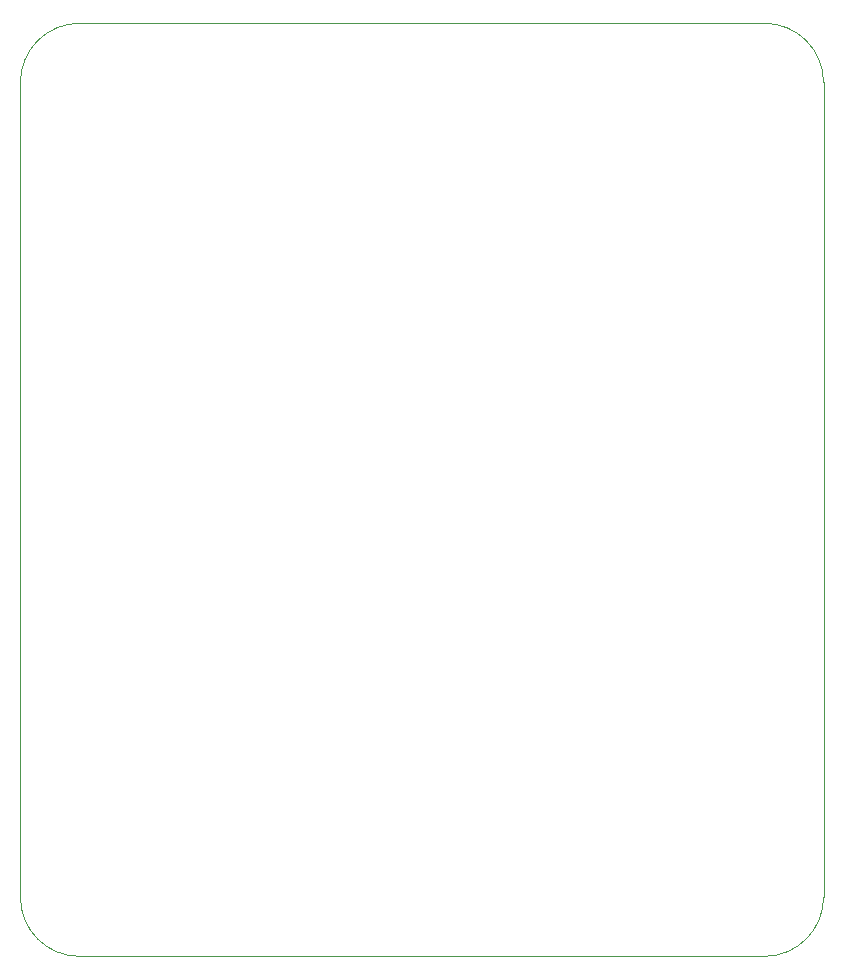
<source format=gbr>
%TF.GenerationSoftware,KiCad,Pcbnew,5.1.10*%
%TF.CreationDate,2021-08-28T10:57:21+12:00*%
%TF.ProjectId,Motor_Control,4d6f746f-725f-4436-9f6e-74726f6c2e6b,rev?*%
%TF.SameCoordinates,Original*%
%TF.FileFunction,Profile,NP*%
%FSLAX46Y46*%
G04 Gerber Fmt 4.6, Leading zero omitted, Abs format (unit mm)*
G04 Created by KiCad (PCBNEW 5.1.10) date 2021-08-28 10:57:21*
%MOMM*%
%LPD*%
G01*
G04 APERTURE LIST*
%TA.AperFunction,Profile*%
%ADD10C,0.050000*%
%TD*%
G04 APERTURE END LIST*
D10*
X201000000Y-145000000D02*
G75*
G02*
X196000000Y-140000000I0J5000000D01*
G01*
X264000000Y-140000000D02*
G75*
G02*
X259000000Y-145000000I-5000000J0D01*
G01*
X259000000Y-66000000D02*
G75*
G02*
X264000000Y-71000000I0J-5000000D01*
G01*
X201000000Y-66000000D02*
X259000000Y-66000000D01*
X196000000Y-140000000D02*
X196000000Y-71000000D01*
X196000000Y-71000000D02*
G75*
G02*
X201000000Y-66000000I5000000J0D01*
G01*
X264000000Y-71000000D02*
X264000000Y-140000000D01*
X259000000Y-145000000D02*
X201000000Y-145000000D01*
M02*

</source>
